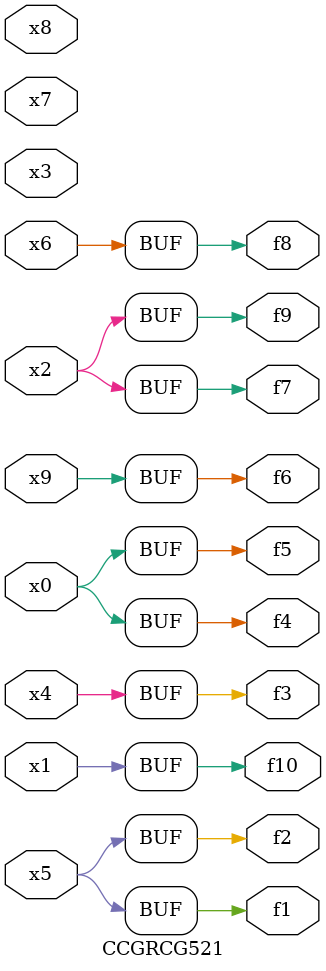
<source format=v>
module CCGRCG521(
	input x0, x1, x2, x3, x4, x5, x6, x7, x8, x9,
	output f1, f2, f3, f4, f5, f6, f7, f8, f9, f10
);
	assign f1 = x5;
	assign f2 = x5;
	assign f3 = x4;
	assign f4 = x0;
	assign f5 = x0;
	assign f6 = x9;
	assign f7 = x2;
	assign f8 = x6;
	assign f9 = x2;
	assign f10 = x1;
endmodule

</source>
